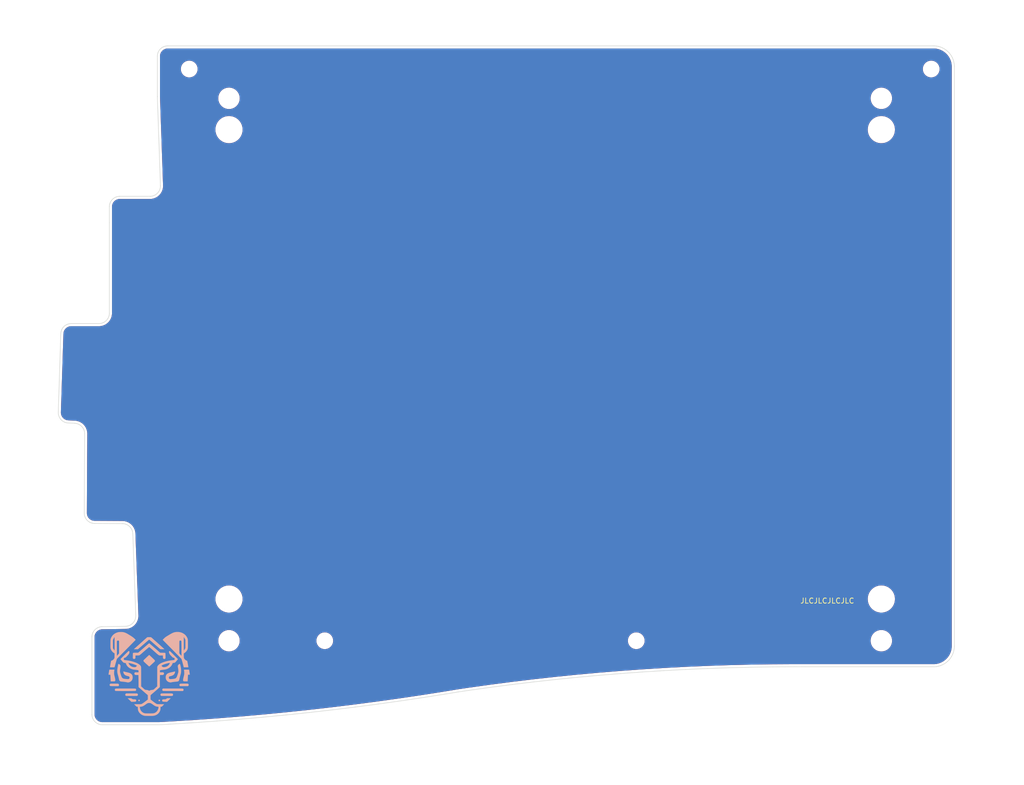
<source format=kicad_pcb>
(kicad_pcb (version 20211014) (generator pcbnew)
  (layers (0 "F.Cu" signal) (31 "B.Cu" signal) (34 "B.Paste" user) (35 "F.Paste" user) (36 "B.SilkS" user "B.Silkscreen") (37 "F.SilkS" user "F.Silkscreen") (38 "B.Mask" user) (39 "F.Mask" user) (44 "Edge.Cuts" user))
  (net 0 "")
  (footprint "" (layer "F.Cu") (at 98.566706 52.900025)
    (fp_text reference "" (at 0 0) (layer "F.SilkS") (effects (font (size 1.27 1.27))))
    (fp_text value "" (at 0 0) (layer "F.SilkS") (effects (font (size 1.27 1.27))))
    (pad "" np_thru_hole circle (at 0 0 268.4) (size 4.2 4.2) (drill 4.2) (layers F&B.Cu *.Mask))
  )
  (footprint "" (layer "F.Cu") (at 98.566706 46.900025)
    (fp_text reference "" (at 0 0) (layer "F.SilkS") (effects (font (size 1.27 1.27))))
    (fp_text value "" (at 0 0) (layer "F.SilkS") (effects (font (size 1.27 1.27))))
    (pad "" np_thru_hole circle (at 0 0 268.4) (size 3.1 3.1) (drill 3.1) (layers F&B.Cu *.Mask))
  )
  (footprint "" (layer "F.Cu") (at 233.121706 41.282534)
    (fp_text reference "" (at 0 0) (layer "F.SilkS") (effects (font (size 1.27 1.27))))
    (fp_text value "" (at 0 0) (layer "F.SilkS") (effects (font (size 1.27 1.27))))
    (pad "" np_thru_hole circle (at 0 0 90) (size 2.2 2.2) (drill 2.2) (layers F&B.Cu *.Mask))
  )
  (footprint "" (layer "F.Cu") (at 98.566706 142.900025 180)
    (fp_text reference "" (at 0 0) (layer "F.SilkS") (effects (font (size 1.27 1.27))))
    (fp_text value "" (at 0 0) (layer "F.SilkS") (effects (font (size 1.27 1.27))))
    (pad "" np_thru_hole circle (at 0 0 88.4) (size 4.2 4.2) (drill 4.2) (layers F&B.Cu *.Mask))
  )
  (footprint "" (layer "F.Cu") (at 223.566706 46.900025)
    (fp_text reference "" (at 0 0) (layer "F.SilkS") (effects (font (size 1.27 1.27))))
    (fp_text value "" (at 0 0) (layer "F.SilkS") (effects (font (size 1.27 1.27))))
    (pad "" np_thru_hole circle (at 0 0 268.4) (size 3.1 3.1) (drill 3.1) (layers F&B.Cu *.Mask))
  )
  (footprint "" (layer "F.Cu") (at 223.566706 150.900025 180)
    (fp_text reference "" (at 0 0) (layer "F.SilkS") (effects (font (size 1.27 1.27))))
    (fp_text value "" (at 0 0) (layer "F.SilkS") (effects (font (size 1.27 1.27))))
    (pad "" np_thru_hole circle (at 0 0 88.4) (size 3.1 3.1) (drill 3.1) (layers F&B.Cu *.Mask))
  )
  (footprint "" (layer "F.Cu") (at 116.916706 150.900034)
    (fp_text reference "" (at 0 0) (layer "F.SilkS") (effects (font (size 1.27 1.27))))
    (fp_text value "" (at 0 0) (layer "F.SilkS") (effects (font (size 1.27 1.27))))
    (pad "" np_thru_hole circle (at 0 0 90) (size 2.2 2.2) (drill 2.2) (layers F&B.Cu *.Mask))
  )
  (footprint "" (layer "F.Cu") (at 90.946706 41.282534)
    (fp_text reference "" (at 0 0) (layer "F.SilkS") (effects (font (size 1.27 1.27))))
    (fp_text value "" (at 0 0) (layer "F.SilkS") (effects (font (size 1.27 1.27))))
    (pad "" np_thru_hole circle (at 0 0 90) (size 2.2 2.2) (drill 2.2) (layers F&B.Cu *.Mask))
  )
  (footprint "" (layer "F.Cu") (at 223.566706 52.900025)
    (fp_text reference "" (at 0 0) (layer "F.SilkS") (effects (font (size 1.27 1.27))))
    (fp_text value "" (at 0 0) (layer "F.SilkS") (effects (font (size 1.27 1.27))))
    (pad "" np_thru_hole circle (at 0 0 268.4) (size 4.2 4.2) (drill 4.2) (layers F&B.Cu *.Mask))
  )
  (footprint "" (layer "F.Cu") (at 98.566706 150.900025 180)
    (fp_text reference "" (at 0 0) (layer "F.SilkS") (effects (font (size 1.27 1.27))))
    (fp_text value "" (at 0 0) (layer "F.SilkS") (effects (font (size 1.27 1.27))))
    (pad "" np_thru_hole circle (at 0 0 88.4) (size 3.1 3.1) (drill 3.1) (layers F&B.Cu *.Mask))
  )
  (footprint "" (layer "F.Cu") (at 223.566706 142.900025 180)
    (fp_text reference "" (at 0 0) (layer "F.SilkS") (effects (font (size 1.27 1.27))))
    (fp_text value "" (at 0 0) (layer "F.SilkS") (effects (font (size 1.27 1.27))))
    (pad "" np_thru_hole circle (at 0 0 88.4) (size 4.2 4.2) (drill 4.2) (layers F&B.Cu *.Mask))
  )
  (footprint "" (layer "F.Cu") (at 176.606706 150.900034)
    (fp_text reference "" (at 0 0) (layer "F.SilkS") (effects (font (size 1.27 1.27))))
    (fp_text value "" (at 0 0) (layer "F.SilkS") (effects (font (size 1.27 1.27))))
    (pad "" np_thru_hole circle (at 0 0 90) (size 2.2 2.2) (drill 2.2) (layers F&B.Cu *.Mask))
  )
  (footprint "LOGO" (layer "B.Cu") (at 83.261706 156.952525 180)
    (fp_text reference "G***" hide)
    (fp_text value "LOGO" hide)
  )
  (gr_line (start 72.297775 165.155386) (end 72.295256 165.012525) (layer "Edge.Cuts") (width 0.1))
  (gr_line (start 237.184893 39.126244) (end 237.335203 39.48913) (layer "Edge.Cuts") (width 0.1))
  (gr_line (start 65.847567 107.227996) (end 65.84966 107.086703) (layer "Edge.Cuts") (width 0.1))
  (gr_line (start 236.254602 37.87188) (end 236.532341 38.149621) (layer "Edge.Cuts") (width 0.1))
  (gr_line (start 235.950932 155.114776) (end 235.62435 155.332991) (layer "Edge.Cuts") (width 0.1))
  (gr_line (start 135.943111 161.76843) (end 131.551029 162.423215) (layer "Edge.Cuts") (width 0.1))
  (gr_line (start 70.682896 110.282829) (end 70.537791 110.046075) (layer "Edge.Cuts") (width 0.1))
  (gr_line (start 235.277952 155.518144) (end 234.915073 155.668453) (layer "Edge.Cuts") (width 0.1))
  (gr_line (start 80.074907 129.961116) (end 79.988929 129.696623) (layer "Edge.Cuts") (width 0.1))
  (gr_line (start 75.644132 67.544655) (end 75.684794 67.261822) (layer "Edge.Cuts") (width 0.1))
  (gr_line (start 67.646748 90.206182) (end 67.915753 90.128905) (layer "Edge.Cuts") (width 0.1))
  (gr_line (start 236.532289 154.587867) (end 236.254553 154.865602) (layer "Edge.Cuts") (width 0.1))
  (gr_line (start 73.86958 166.969316) (end 73.59543 166.88882) (layer "Edge.Cuts") (width 0.1))
  (gr_line (start 78.143147 128.446386) (end 72.815325 128.417112) (layer "Edge.Cuts") (width 0.1))
  (gr_line (start 72.413726 149.514586) (end 72.52759 149.259148) (layer "Edge.Cuts") (width 0.1))
  (gr_line (start 237.525847 40.25024) (end 237.564344 40.641133) (layer "Edge.Cuts") (width 0.1))
  (gr_line (start 86.136638 36.9611) (end 86.410804 36.880598) (layer "Edge.Cuts") (width 0.1))
  (gr_line (start 122.750826 163.619646) (end 118.343351 164.161205) (layer "Edge.Cuts") (width 0.1))
  (gr_line (start 79.955871 147.691302) (end 80.165591 147.496449) (layer "Edge.Cuts") (width 0.1))
  (gr_line (start 78.767733 148.129351) (end 78.910707 148.122136) (layer "Edge.Cuts") (width 0.1))
  (gr_line (start 77.641706 65.687525) (end 83.426641 65.687525) (layer "Edge.Cuts") (width 0.1))
  (gr_line (start 237.449166 152.872528) (end 237.335147 153.248391) (layer "Edge.Cuts") (width 0.1))
  (gr_line (start 75.24484 89.287611) (end 75.399315 89.047247) (layer "Edge.Cuts") (width 0.1))
  (gr_line (start 84.649306 65.273626) (end 84.86696 65.078963) (layer "Edge.Cuts") (width 0.1))
  (gr_line (start 73.59543 166.88882) (end 73.335526 166.770128) (layer "Edge.Cuts") (width 0.1))
  (gr_line (start 202.73771 155.919107) (end 198.568818 155.982964) (layer "Edge.Cuts") (width 0.1))
  (gr_line (start 66.05615 108.043851) (end 65.948319 107.78266) (layer "Edge.Cuts") (width 0.1))
  (gr_line (start 235.624388 37.404479) (end 235.950976 37.622699) (layer "Edge.Cuts") (width 0.1))
  (gr_line (start 80.671979 146.485728) (end 80.702492 146.201089) (layer "Edge.Cuts") (width 0.1))
  (gr_line (start 74.152394 167.009978) (end 73.86958 166.969316) (layer "Edge.Cuts") (width 0.1))
  (gr_line (start 76.038473 66.487355) (end 76.225592 66.271406) (layer "Edge.Cuts") (width 0.1))
  (gr_line (start 79.71187 129.21585) (end 79.526133 129.008846) (layer "Edge.Cuts") (width 0.1))
  (gr_line (start 75.59851 88.513199) (end 75.639175 88.230386) (layer "Edge.Cuts") (width 0.1))
  (gr_line (start 71.063546 127.367411) (end 70.946257 127.106904) (layer "Edge.Cuts") (width 0.1))
  (gr_line (start 177.743784 156.895695) (end 173.585291 157.196816) (layer "Edge.Cuts") (width 0.1))
  (gr_line (start 70.793853 110.537381) (end 70.682896 110.282829) (layer "Edge.Cuts") (width 0.1))
  (gr_line (start 74.841796 89.690651) (end 75.057731 89.503544) (layer "Edge.Cuts") (width 0.1))
  (gr_line (start 73.06385 148.621006) (end 73.295864 148.464853) (layer "Edge.Cuts") (width 0.1))
  (gr_line (start 161.129589 158.336873) (end 156.985528 158.795675) (layer "Edge.Cuts") (width 0.1))
  (gr_line (start 74.228626 148.201279) (end 78.767733 148.129351) (layer "Edge.Cuts") (width 0.1))
  (gr_line (start 80.69979 146.057958) (end 80.130843 130.373852) (layer "Edge.Cuts") (width 0.1))
  (gr_line (start 186.06841 156.411968) (end 181.904949 156.634071) (layer "Edge.Cuts") (width 0.1))
  (gr_line (start 67.749738 109.148515) (end 67.608744 109.139097) (layer "Edge.Cuts") (width 0.1))
  (gr_line (start 74.341529 89.963817) (end 74.601431 89.845124) (layer "Edge.Cuts") (width 0.1))
  (gr_line (start 67.915753 90.128905) (end 68.192905 90.089888) (layer "Edge.Cuts") (width 0.1))
  (gr_line (start 78.557409 128.489666) (end 78.28219 128.449624) (layer "Edge.Cuts") (width 0.1))
  (gr_line (start 113.931392 164.664937) (end 109.515276 165.130806) (layer "Edge.Cuts") (width 0.1))
  (gr_line (start 237.525795 152.487299) (end 237.449166 152.872528) (layer "Edge.Cuts") (width 0.1))
  (gr_line (start 72.33844 165.438201) (end 72.297775 165.155386) (layer "Edge.Cuts") (width 0.1))
  (gr_line (start 86.410804 36.880598) (end 86.693636 36.839933) (layer "Edge.Cuts") (width 0.1))
  (gr_line (start 85.39535 64.054695) (end 85.427819 63.764501) (layer "Edge.Cuts") (width 0.1))
  (gr_line (start 235.62435 155.332991) (end 235.277952 155.518144) (layer "Edge.Cuts") (width 0.1))
  (gr_line (start 77.216004 65.730598) (end 77.498836 65.689933) (layer "Edge.Cuts") (width 0.1))
  (gr_line (start 236.78152 38.453249) (end 236.999737 38.779838) (layer "Edge.Cuts") (width 0.1))
  (gr_line (start 84.836506 46.531199) (end 84.836506 38.837525) (layer "Edge.Cuts") (width 0.1))
  (gr_line (start 69.144595 109.220025) (end 69.006045 109.210708) (layer "Edge.Cuts") (width 0.1))
  (gr_line (start 118.343351 164.161205) (end 113.931392 164.664937) (layer "Edge.Cuts") (width 0.1))
  (gr_line (start 72.537637 165.972251) (end 72.418941 165.712349) (layer "Edge.Cuts") (width 0.1))
  (gr_line (start 165.277819 157.917438) (end 161.129589 158.336873) (layer "Edge.Cuts") (width 0.1))
  (gr_line (start 91.815726 166.615014) (end 87.383696 166.891111) (layer "Edge.Cuts") (width 0.1))
  (gr_line (start 233.566706 36.837525) (end 233.763098 36.839857) (layer "Edge.Cuts") (width 0.1))
  (gr_line (start 80.702492 146.201089) (end 80.69979 146.057958) (layer "Edge.Cuts") (width 0.1))
  (gr_line (start 77.498836 65.689933) (end 77.641706 65.687525) (layer "Edge.Cuts") (width 0.1))
  (gr_line (start 84.837139 46.582978) (end 84.836543 46.548461) (layer "Edge.Cuts") (width 0.1))
  (gr_line (start 70.156901 109.643742) (end 69.928441 109.4859) (layer "Edge.Cuts") (width 0.1))
  (gr_line (start 72.879223 166.428549) (end 72.692113 166.212615) (layer "Edge.Cuts") (width 0.1))
  (gr_line (start 69.928441 109.4859) (end 69.680342 109.361182) (layer "Edge.Cuts") (width 0.1))
  (gr_line (start 73.813461 148.256472) (end 74.088949 148.208306) (layer "Edge.Cuts") (width 0.1))
  (gr_line (start 83.572643 65.684868) (end 83.861543 65.642399) (layer "Edge.Cuts") (width 0.1))
  (gr_line (start 78.28219 128.449624) (end 78.143147 128.446386) (layer "Edge.Cuts") (width 0.1))
  (gr_line (start 75.399315 89.047247) (end 75.51801 88.787347) (layer "Edge.Cuts") (width 0.1))
  (gr_line (start 148.711409 159.831213) (end 144.582096 160.407854) (layer "Edge.Cuts") (width 0.1))
  (gr_line (start 237.566706 40.837525) (end 237.566706 151.900025) (layer "Edge.Cuts") (width 0.1))
  (gr_line (start 70.828076 126.549362) (end 70.826342 126.406504) (layer "Edge.Cuts") (width 0.1))
  (gr_line (start 74.067381 90.044314) (end 74.341529 89.963817) (layer "Edge.Cuts") (width 0.1))
  (gr_line (start 69.417374 109.271985) (end 69.144595 109.220025) (layer "Edge.Cuts") (width 0.1))
  (gr_line (start 84.960094 38.137656) (end 85.078792 37.877736) (layer "Edge.Cuts") (width 0.1))
  (gr_line (start 85.63634 37.234285) (end 85.87672 37.079801) (layer "Edge.Cuts") (width 0.1))
  (gr_line (start 76.44154 66.084285) (end 76.68192 65.929801) (layer "Edge.Cuts") (width 0.1))
  (gr_line (start 67.064139 108.993466) (end 66.812607 108.864703) (layer "Edge.Cuts") (width 0.1))
  (gr_line (start 73.641706 90.087525) (end 73.784567 90.084977) (layer "Edge.Cuts") (width 0.1))
  (gr_line (start 71.617533 128.013745) (end 71.402635 127.825493) (layer "Edge.Cuts") (width 0.1))
  (gr_line (start 80.345387 147.273685) (end 80.491584 147.027562) (layer "Edge.Cuts") (width 0.1))
  (gr_line (start 80.491584 147.027562) (end 80.601194 146.763108) (layer "Edge.Cuts") (width 0.1))
  (gr_line (start 84.836543 46.548461) (end 84.836506 46.531199) (layer "Edge.Cuts") (width 0.1))
  (gr_line (start 140.329414 161.075996) (end 135.943111 161.76843) (layer "Edge.Cuts") (width 0.1))
  (gr_line (start 152.84601 159.293803) (end 148.711409 159.831213) (layer "Edge.Cuts") (width 0.1))
  (gr_line (start 75.684794 67.261822) (end 75.765294 66.987656) (layer "Edge.Cuts") (width 0.1))
  (gr_line (start 233.566706 155.900025) (end 208.991706 155.900025) (layer "Edge.Cuts") (width 0.1))
  (gr_line (start 236.254553 154.865602) (end 235.950932 155.114776) (layer "Edge.Cuts") (width 0.1))
  (gr_line (start 65.878327 107.508891) (end 65.847567 107.227996) (layer "Edge.Cuts") (width 0.1))
  (gr_line (start 237.335147 153.248391) (end 237.184836 153.611269) (layer "Edge.Cuts") (width 0.1))
  (gr_line (start 66.596691 91.089528) (end 66.752791 90.857217) (layer "Edge.Cuts") (width 0.1))
  (gr_line (start 236.999737 38.779838) (end 237.184893 39.126244) (layer "Edge.Cuts") (width 0.1))
  (gr_line (start 234.539209 155.78247) (end 234.15398 155.859097) (layer "Edge.Cuts") (width 0.1))
  (gr_line (start 85.87672 37.079801) (end 86.136638 36.9611) (layer "Edge.Cuts") (width 0.1))
  (gr_line (start 67.153936 90.468765) (end 67.391144 90.320211) (layer "Edge.Cuts") (width 0.1))
  (gr_line (start 79.313505 128.829573) (end 79.078089 128.681491) (layer "Edge.Cuts") (width 0.1))
  (gr_line (start 233.763098 36.839857) (end 234.153991 36.878358) (layer "Edge.Cuts") (width 0.1))
  (gr_line (start 173.585291 157.196816) (end 169.429844 157.537407) (layer "Edge.Cuts") (width 0.1))
  (gr_line (start 237.564344 40.641133) (end 237.566706 40.837525) (layer "Edge.Cuts") (width 0.1))
  (gr_line (start 66.812607 108.864703) (end 66.581704 108.701817) (layer "Edge.Cuts") (width 0.1))
  (gr_line (start 85.427819 63.764501) (end 85.425449 63.618493) (layer "Edge.Cuts") (width 0.1))
  (gr_line (start 234.153991 36.878358) (end 234.539228 36.954987) (layer "Edge.Cuts") (width 0.1))
  (gr_line (start 85.053993 64.854719) (end 85.206428 64.60566) (layer "Edge.Cuts") (width 0.1))
  (gr_line (start 66.333881 92.023267) (end 66.340716 91.883472) (layer "Edge.Cuts") (width 0.1))
  (gr_line (start 73.335526 166.770128) (end 73.09516 166.615656) (layer "Edge.Cuts") (width 0.1))
  (gr_line (start 72.116259 128.289594) (end 71.857033 128.169502) (layer "Edge.Cuts") (width 0.1))
  (gr_line (start 70.946257 127.106904) (end 70.867231 126.832359) (layer "Edge.Cuts") (width 0.1))
  (gr_line (start 74.088949 148.208306) (end 74.228626 148.201279) (layer "Edge.Cuts") (width 0.1))
  (gr_line (start 85.078792 37.877736) (end 85.233273 37.637355) (layer "Edge.Cuts") (width 0.1))
  (gr_line (start 72.52759 149.259148) (end 72.67593 149.022064) (layer "Edge.Cuts") (width 0.1))
  (gr_line (start 234.539228 36.954987) (end 234.915099 37.069007) (layer "Edge.Cuts") (width 0.1))
  (gr_line (start 84.141197 65.558371) (end 84.405659 65.434569) (layer "Edge.Cuts") (width 0.1))
  (gr_line (start 70.905486 111.080048) (end 70.868529 110.804835) (layer "Edge.Cuts") (width 0.1))
  (gr_line (start 66.581704 108.701817) (end 66.376027 108.508051) (layer "Edge.Cuts") (width 0.1))
  (gr_line (start 181.904949 156.634071) (end 177.743784 156.895695) (layer "Edge.Cuts") (width 0.1))
  (gr_line (start 235.950976 37.622699) (end 236.254602 37.87188) (layer "Edge.Cuts") (width 0.1))
  (gr_line (start 84.86696 65.078963) (end 85.053993 64.854719) (layer "Edge.Cuts") (width 0.1))
  (gr_line (start 236.999681 153.957666) (end 236.781465 154.284248) (layer "Edge.Cuts") (width 0.1))
  (gr_line (start 85.166706 167.012525) (end 74.295256 167.012525) (layer "Edge.Cuts") (width 0.1))
  (gr_line (start 79.867134 129.446593) (end 79.71187 129.21585) (layer "Edge.Cuts") (width 0.1))
  (gr_line (start 208.991706 155.900025) (end 206.90702 155.894836) (layer "Edge.Cuts") (width 0.1))
  (gr_line (start 72.336558 149.783396) (end 72.413726 149.514586) (layer "Edge.Cuts") (width 0.1))
  (gr_line (start 198.568818 155.982964) (end 194.40072 156.086399) (layer "Edge.Cuts") (width 0.1))
  (gr_line (start 76.68192 65.929801) (end 76.941838 65.8111) (layer "Edge.Cuts") (width 0.1))
  (gr_line (start 84.405659 65.434569) (end 84.649306 65.273626) (layer "Edge.Cuts") (width 0.1))
  (gr_line (start 234.915099 37.069007) (end 235.277984 37.21932) (layer "Edge.Cuts") (width 0.1))
  (gr_line (start 72.672495 128.413781) (end 72.389936 128.371577) (layer "Edge.Cuts") (width 0.1))
  (gr_line (start 87.383696 166.891111) (end 85.166706 167.012525) (layer "Edge.Cuts") (width 0.1))
  (gr_line (start 68.192905 90.089888) (end 68.332848 90.087525) (layer "Edge.Cuts") (width 0.1))
  (gr_line (start 69.680342 109.361182) (end 69.417374 109.271985) (layer "Edge.Cuts") (width 0.1))
  (gr_line (start 71.857033 128.169502) (end 71.617533 128.013745) (layer "Edge.Cuts") (width 0.1))
  (gr_line (start 70.826342 126.406504) (end 70.907127 111.2189) (layer "Edge.Cuts") (width 0.1))
  (gr_line (start 76.941838 65.8111) (end 77.216004 65.730598) (layer "Edge.Cuts") (width 0.1))
  (gr_line (start 206.90702 155.894836) (end 202.73771 155.919107) (layer "Edge.Cuts") (width 0.1))
  (gr_line (start 156.985528 158.795675) (end 152.84601 159.293803) (layer "Edge.Cuts") (width 0.1))
  (gr_line (start 76.225592 66.271406) (end 76.44154 66.084285) (layer "Edge.Cuts") (width 0.1))
  (gr_line (start 74.295256 167.012525) (end 74.152394 167.009978) (layer "Edge.Cuts") (width 0.1))
  (gr_line (start 71.402635 127.825493) (end 71.216711 127.608576) (layer "Edge.Cuts") (width 0.1))
  (gr_line (start 194.40072 156.086399) (end 190.233792 156.229405) (layer "Edge.Cuts") (width 0.1))
  (gr_line (start 66.939757 90.64894) (end 67.153936 90.468765) (layer "Edge.Cuts") (width 0.1))
  (gr_line (start 79.192534 148.071902) (end 79.46432 147.981998) (layer "Edge.Cuts") (width 0.1))
  (gr_line (start 66.340716 91.883472) (end 66.388621 91.607717) (layer "Edge.Cuts") (width 0.1))
  (gr_line (start 109.515276 165.130806) (end 105.095325 165.558779) (layer "Edge.Cuts") (width 0.1))
  (gr_line (start 75.641706 67.687525) (end 75.644132 67.544655) (layer "Edge.Cuts") (width 0.1))
  (gr_line (start 70.907127 111.2189) (end 70.905486 111.080048) (layer "Edge.Cuts") (width 0.1))
  (gr_line (start 86.836506 36.837525) (end 233.566706 36.837525) (layer "Edge.Cuts") (width 0.1))
  (gr_line (start 127.153493 163.040303) (end 122.750826 163.619646) (layer "Edge.Cuts") (width 0.1))
  (gr_line (start 70.361328 109.831672) (end 70.156901 109.643742) (layer "Edge.Cuts") (width 0.1))
  (gr_line (start 144.582096 160.407854) (end 142.519906 160.713325) (layer "Edge.Cuts") (width 0.1))
  (gr_line (start 72.692113 166.212615) (end 72.537637 165.972251) (layer "Edge.Cuts") (width 0.1))
  (gr_line (start 85.321026 64.337082) (end 85.39535 64.054695) (layer "Edge.Cuts") (width 0.1))
  (gr_line (start 84.836506 38.837525) (end 84.838932 38.694655) (layer "Edge.Cuts") (width 0.1))
  (gr_line (start 66.199672 108.287264) (end 66.05615 108.043851) (layer "Edge.Cuts") (width 0.1))
  (gr_line (start 72.815325 128.417112) (end 72.672495 128.413781) (layer "Edge.Cuts") (width 0.1))
  (gr_line (start 65.948319 107.78266) (end 65.878327 107.508891) (layer "Edge.Cuts") (width 0.1))
  (gr_line (start 84.879594 38.411822) (end 84.960094 38.137656) (layer "Edge.Cuts") (width 0.1))
  (gr_line (start 74.601431 89.845124) (end 74.841796 89.690651) (layer "Edge.Cuts") (width 0.1))
  (gr_line (start 83.861543 65.642399) (end 84.141197 65.558371) (layer "Edge.Cuts") (width 0.1))
  (gr_line (start 66.474505 91.341334) (end 66.596691 91.089528) (layer "Edge.Cuts") (width 0.1))
  (gr_line (start 73.784567 90.084977) (end 74.067381 90.044314) (layer "Edge.Cuts") (width 0.1))
  (gr_line (start 84.838932 38.694655) (end 84.879594 38.411822) (layer "Edge.Cuts") (width 0.1))
  (gr_line (start 68.332848 90.087525) (end 73.641706 90.087525) (layer "Edge.Cuts") (width 0.1))
  (gr_line (start 235.277984 37.21932) (end 235.624388 37.404479) (layer "Edge.Cuts") (width 0.1))
  (gr_line (start 83.426641 65.687525) (end 83.572643 65.684868) (layer "Edge.Cuts") (width 0.1))
  (gr_line (start 78.910707 148.122136) (end 79.192534 148.071902) (layer "Edge.Cuts") (width 0.1))
  (gr_line (start 67.331291 109.085542) (end 67.064139 108.993466) (layer "Edge.Cuts") (width 0.1))
  (gr_line (start 85.420392 37.421406) (end 85.63634 37.234285) (layer "Edge.Cuts") (width 0.1))
  (gr_line (start 237.564296 152.096413) (end 237.525795 152.487299) (layer "Edge.Cuts") (width 0.1))
  (gr_line (start 142.519906 160.713325) (end 140.329414 161.075996) (layer "Edge.Cuts") (width 0.1))
  (gr_line (start 80.123408 130.234972) (end 80.074907 129.961116) (layer "Edge.Cuts") (width 0.1))
  (gr_line (start 85.425449 63.618493) (end 84.837698 46.600231) (layer "Edge.Cuts") (width 0.1))
  (gr_line (start 237.566706 151.900025) (end 237.564296 152.096413) (layer "Edge.Cuts") (width 0.1))
  (gr_line (start 72.855854 148.807958) (end 73.06385 148.621006) (layer "Edge.Cuts") (width 0.1))
  (gr_line (start 73.547369 148.342547) (end 73.813461 148.256472) (layer "Edge.Cuts") (width 0.1))
  (gr_line (start 80.165591 147.496449) (end 80.345387 147.273685) (layer "Edge.Cuts") (width 0.1))
  (gr_line (start 75.51801 88.787347) (end 75.59851 88.513199) (layer "Edge.Cuts") (width 0.1))
  (gr_line (start 71.216711 127.608576) (end 71.063546 127.367411) (layer "Edge.Cuts") (width 0.1))
  (gr_line (start 79.720511 147.854261) (end 79.955871 147.691302) (layer "Edge.Cuts") (width 0.1))
  (gr_line (start 105.095325 165.558779) (end 100.671867 165.948823) (layer "Edge.Cuts") (width 0.1))
  (gr_line (start 234.15398 155.859097) (end 233.763094 155.897597) (layer "Edge.Cuts") (width 0.1))
  (gr_line (start 131.551029 162.423215) (end 127.153493 163.040303) (layer "Edge.Cuts") (width 0.1))
  (gr_line (start 73.295864 148.464853) (end 73.547369 148.342547) (layer "Edge.Cuts") (width 0.1))
  (gr_line (start 236.781465 154.284248) (end 236.532289 154.587867) (layer "Edge.Cuts") (width 0.1))
  (gr_line (start 72.295256 150.200169) (end 72.297592 150.060335) (layer "Edge.Cuts") (width 0.1))
  (gr_line (start 169.429844 157.537407) (end 165.277819 157.917438) (layer "Edge.Cuts") (width 0.1))
  (gr_line (start 66.752791 90.857217) (end 66.939757 90.64894) (layer "Edge.Cuts") (width 0.1))
  (gr_line (start 70.537791 110.046075) (end 70.361328 109.831672) (layer "Edge.Cuts") (width 0.1))
  (gr_line (start 66.388621 91.607717) (end 66.474505 91.341334) (layer "Edge.Cuts") (width 0.1))
  (gr_line (start 80.601194 146.763108) (end 80.671979 146.485728) (layer "Edge.Cuts") (width 0.1))
  (gr_line (start 69.006045 109.210708) (end 67.749738 109.148515) (layer "Edge.Cuts") (width 0.1))
  (gr_line (start 190.233792 156.229405) (end 186.06841 156.411968) (layer "Edge.Cuts") (width 0.1))
  (gr_line (start 79.988929 129.696623) (end 79.867134 129.446593) (layer "Edge.Cuts") (width 0.1))
  (gr_line (start 96.245225 166.30091) (end 91.815726 166.615014) (layer "Edge.Cuts") (width 0.1))
  (gr_line (start 100.671867 165.948823) (end 96.245225 166.30091) (layer "Edge.Cuts") (width 0.1))
  (gr_line (start 72.295256 165.012525) (end 72.295256 150.200169) (layer "Edge.Cuts") (width 0.1))
  (gr_line (start 67.391144 90.320211) (end 67.646748 90.206182) (layer "Edge.Cuts") (width 0.1))
  (gr_line (start 72.297592 150.060335) (end 72.336558 149.783396) (layer "Edge.Cuts") (width 0.1))
  (gr_line (start 75.639175 88.230386) (end 75.641706 88.087525) (layer "Edge.Cuts") (width 0.1))
  (gr_line (start 72.67593 149.022064) (end 72.855854 148.807958) (layer "Edge.Cuts") (width 0.1))
  (gr_line (start 79.526133 129.008846) (end 79.313505 128.829573) (layer "Edge.Cuts") (width 0.1))
  (gr_line (start 75.057731 89.503544) (end 75.24484 89.287611) (layer "Edge.Cuts") (width 0.1))
  (gr_line (start 86.693636 36.839933) (end 86.836506 36.837525) (layer "Edge.Cuts") (width 0.1))
  (gr_line (start 233.763094 155.897597) (end 233.566706 155.900025) (layer "Edge.Cuts") (width 0.1))
  (gr_line (start 79.078089 128.681491) (end 78.824426 128.567455) (layer "Edge.Cuts") (width 0.1))
  (gr_line (start 66.376027 108.508051) (end 66.199672 108.287264) (layer "Edge.Cuts") (width 0.1))
  (gr_line (start 67.608744 109.139097) (end 67.331291 109.085542) (layer "Edge.Cuts") (width 0.1))
  (gr_line (start 73.09516 166.615656) (end 72.879223 166.428549) (layer "Edge.Cuts") (width 0.1))
  (gr_line (start 75.641706 70.775745) (end 75.641706 67.687525) (layer "Edge.Cuts") (width 0.1))
  (gr_line (start 72.389936 128.371577) (end 72.116259 128.289594) (layer "Edge.Cuts") (width 0.1))
  (gr_line (start 234.915073 155.668453) (end 234.539209 155.78247) (layer "Edge.Cuts") (width 0.1))
  (gr_line (start 75.883992 66.727736) (end 76.038473 66.487355) (layer "Edge.Cuts") (width 0.1))
  (gr_line (start 85.206428 64.60566) (end 85.321026 64.337082) (layer "Edge.Cuts") (width 0.1))
  (gr_line (start 80.130843 130.373852) (end 80.123408 130.234972) (layer "Edge.Cuts") (width 0.1))
  (gr_line (start 75.765294 66.987656) (end 75.883992 66.727736) (layer "Edge.Cuts") (width 0.1))
  (gr_line (start 70.868529 110.804835) (end 70.793853 110.537381) (layer "Edge.Cuts") (width 0.1))
  (gr_line (start 78.824426 128.567455) (end 78.557409 128.489666) (layer "Edge.Cuts") (width 0.1))
  (gr_line (start 85.233273 37.637355) (end 85.420392 37.421406) (layer "Edge.Cuts") (width 0.1))
  (gr_line (start 237.335203 39.48913) (end 237.449221 39.865002) (layer "Edge.Cuts") (width 0.1))
  (gr_line (start 72.418941 165.712349) (end 72.33844 165.438201) (layer "Edge.Cuts") (width 0.1))
  (gr_line (start 236.532341 38.149621) (end 236.78152 38.453249) (layer "Edge.Cuts") (width 0.1))
  (gr_line (start 79.46432 147.981998) (end 79.720511 147.854261) (layer "Edge.Cuts") (width 0.1))
  (gr_line (start 84.837698 46.600231) (end 84.837139 46.582978) (layer "Edge.Cuts") (width 0.1))
  (gr_line (start 237.449221 39.865002) (end 237.525847 40.25024) (layer "Edge.Cuts") (width 0.1))
  (gr_line (start 75.641706 88.087525) (end 75.641706 70.775745) (layer "Edge.Cuts") (width 0.1))
  (gr_line (start 237.184836 153.611269) (end 236.999681 153.957666) (layer "Edge.Cuts") (width 0.1))
  (gr_line (start 70.867231 126.832359) (end 70.828076 126.549362) (layer "Edge.Cuts") (width 0.1))
  (gr_line (start 65.84966 107.086703) (end 66.333881 92.023267) (layer "Edge.Cuts") (width 0.1))
  (gr_text "JLCJLCJLCJLC" (at 213.211706 143.242525) (layer "F.SilkS") (effects (font (size 1 1))))
  (zone (net 0) (net_name "") (layers F&B.Cu) (connect_pads (clearance 0.508)) (min_thickness 0.254) (fill yes (thermal_gap 0.508) (thermal_bridge_width 0.508))
    (polygon (pts (xy 247.091706 175.367525) (xy 54.686706 178.542525) (xy 60.401706 29.317525) (xy 250.901706 28.047525)))
  )
)
</source>
